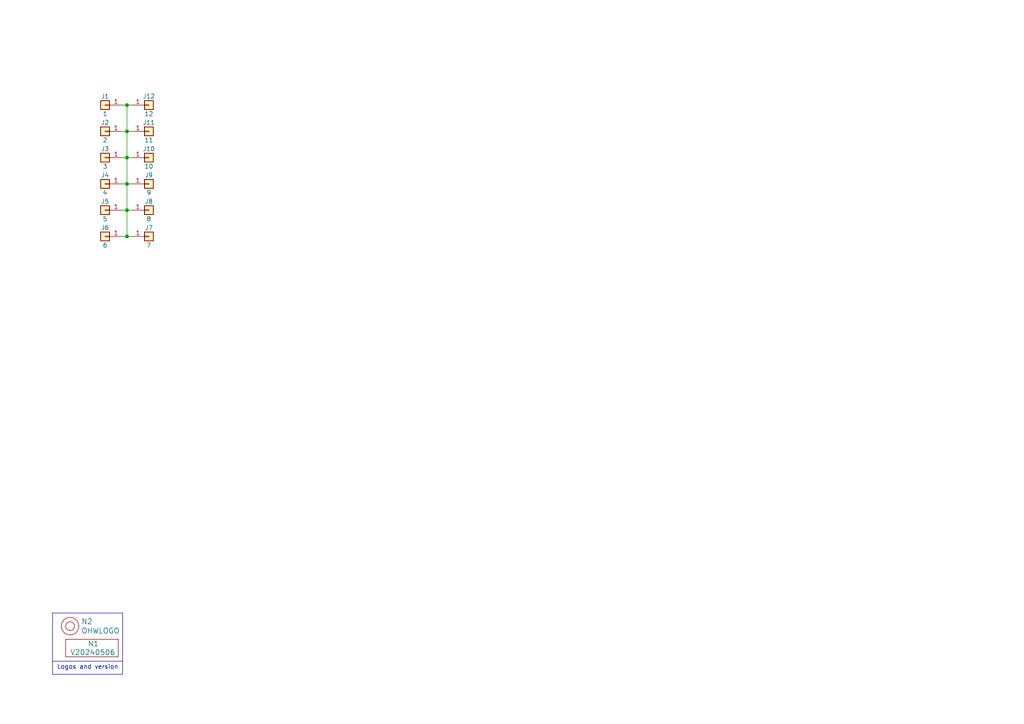
<source format=kicad_sch>
(kicad_sch (version 20230121) (generator eeschema)
  (paper "A4")
  (lib_symbols
    (symbol "Connector_Generic:Conn_01x01" (pin_names (offset 1.016) hide)
      (property "Reference" "J" (at 0 2.54 0))
      (property "Value" "Conn_01x01" (at 0 -2.54 0))
      (symbol "Conn_01x01_1_1"
        (rectangle (start -1.27 0.127) (end 0 -0.127) (stroke (width 0.1524)))
        (rectangle (start -1.27 1.27) (end 1.27 -1.27) (stroke (width 0.254)) (fill (type background)))
        (pin passive line (at -5.08 0 0) (length 3.81) (name "Pin_1") (number "1"))
      )
    )
    (symbol "SquantorLabels:OHWLOGO" (pin_names (offset 1.016))
      (property "Reference" "N" (at 0 3.81 0))
      (property "Value" "OHWLOGO" (at 0 -3.81 0))
      (symbol "OHWLOGO_0_1"
        (circle (center 0 0) (radius 1.27))
        (circle (center 0 0) (radius 2.54))
      )
    )
    (symbol "SquantorLabels:VYYYYMMDD" (pin_names (offset 1.016))
      (property "Reference" "N" (at 0 2.54 0))
      (property "Value" "VYYYYMMDD" (at 0 0 0))
      (symbol "VYYYYMMDD_0_1"
        (rectangle (start 7.62 -1.27) (end -7.62 3.81))
      )
    )
  )
  (junction (at 36.83 68.58))
  (junction (at 36.83 30.48))
  (junction (at 36.83 60.96))
  (junction (at 36.83 38.1))
  (junction (at 36.83 53.34))
  (junction (at 36.83 45.72))
  (wire (pts (xy 36.83 53.34) (xy 38.1 53.34)))
  (wire (pts (xy 36.83 68.58) (xy 38.1 68.58)))
  (wire (pts (xy 36.83 38.1) (xy 38.1 38.1)))
  (wire (pts (xy 36.83 45.72) (xy 35.56 45.72)))
  (wire (pts (xy 36.83 53.34) (xy 36.83 45.72)))
  (wire (pts (xy 36.83 60.96) (xy 38.1 60.96)))
  (wire (pts (xy 36.83 68.58) (xy 35.56 68.58)))
  (wire (pts (xy 36.83 38.1) (xy 35.56 38.1)))
  (wire (pts (xy 36.83 38.1) (xy 36.83 45.72)))
  (wire (pts (xy 36.83 30.48) (xy 36.83 38.1)))
  (polyline (pts (xy 15.24 191.77) (xy 35.56 191.77)))
  (wire (pts (xy 36.83 30.48) (xy 38.1 30.48)))
  (polyline (pts (xy 35.56 195.58) (xy 35.56 177.8)))
  (wire (pts (xy 36.83 45.72) (xy 38.1 45.72)))
  (polyline (pts (xy 15.24 195.58) (xy 35.56 195.58)))
  (wire (pts (xy 35.56 30.48) (xy 36.83 30.48)))
  (polyline (pts (xy 35.56 177.8) (xy 15.24 177.8)))
  (wire (pts (xy 36.83 60.96) (xy 35.56 60.96)))
  (wire (pts (xy 36.83 53.34) (xy 36.83 60.96)))
  (polyline (pts (xy 15.24 177.8) (xy 15.24 195.58)))
  (wire (pts (xy 35.56 53.34) (xy 36.83 53.34)))
  (wire (pts (xy 36.83 60.96) (xy 36.83 68.58)))
  (text "Logos and version" (at 16.51 194.31 0) (effects (font (size 1.27 1.27)) (justify left bottom)))
  (symbol (lib_id "SquantorLabels:VYYYYMMDD") (at 26.67 189.23 0) (unit 1)
    (property "Reference" "N1" (at 25.4 186.69 0) (effects (font (size 1.524 1.524)) (justify left)))
    (property "Value" "V20240506" (at 20.32 189.23 0) (effects (font (size 1.524 1.524)) (justify left)))
    (property "Footprint" "SquantorLabels:Label_Generic" (effects hide))
  )
  (symbol (lib_id "SquantorLabels:OHWLOGO") (at 20.32 181.61 0) (unit 1)
    (property "Reference" "N2" (at 23.5712 180.2638 0) (effects (font (size 1.524 1.524)) (justify left)))
    (property "Value" "OHWLOGO" (at 23.5712 182.9562 0) (effects (font (size 1.524 1.524)) (justify left)))
    (property "Footprint" "Symbol:OSHW-Symbol_6.7x6mm_SilkScreen" (effects hide))
  )
  (symbol (lib_id "Connector_Generic:Conn_01x01") (at 30.48 38.1 180) (unit 1)
    (property "Reference" "J2" (at 30.48 35.56 0))
    (property "Value" "2" (at 30.48 40.64 0))
    (property "Footprint" "mill-max:PC_pin_nail_head_6092" (effects hide))
  )
  (symbol (lib_id "Connector_Generic:Conn_01x01") (at 30.48 30.48 180) (unit 1)
    (property "Reference" "J1" (at 30.48 27.94 0))
    (property "Value" "1" (at 30.48 33.02 0))
    (property "Footprint" "mill-max:PC_pin_nail_head_6092" (effects hide))
  )
  (symbol (lib_id "Connector_Generic:Conn_01x01") (at 30.48 45.72 0) (mirror y) (unit 1)
    (property "Reference" "J3" (at 30.48 43.18 0))
    (property "Value" "3" (at 30.48 48.26 0))
    (property "Footprint" "mill-max:PC_pin_nail_head_6092" (effects hide))
  )
  (symbol (lib_id "Connector_Generic:Conn_01x01") (at 30.48 53.34 0) (mirror y) (unit 1)
    (property "Reference" "J4" (at 30.48 50.8 0))
    (property "Value" "4" (at 30.48 55.88 0))
    (property "Footprint" "mill-max:PC_pin_nail_head_6092" (effects hide))
  )
  (symbol (lib_id "Connector_Generic:Conn_01x01") (at 30.48 60.96 180) (unit 1)
    (property "Reference" "J5" (at 30.48 58.42 0))
    (property "Value" "5" (at 30.48 63.5 0))
    (property "Footprint" "mill-max:PC_pin_nail_head_6092" (effects hide))
  )
  (symbol (lib_id "Connector_Generic:Conn_01x01") (at 30.48 68.58 0) (mirror y) (unit 1)
    (property "Reference" "J6" (at 30.48 66.04 0))
    (property "Value" "6" (at 30.48 71.12 0))
    (property "Footprint" "mill-max:PC_pin_nail_head_6092" (effects hide))
  )
  (symbol (lib_id "Connector_Generic:Conn_01x01") (at 43.18 38.1 0) (mirror x) (unit 1)
    (property "Reference" "J11" (at 43.18 35.56 0))
    (property "Value" "11" (at 43.18 40.64 0))
    (property "Footprint" "mill-max:PC_pin_nail_head_6092" (effects hide))
  )
  (symbol (lib_id "Connector_Generic:Conn_01x01") (at 43.18 30.48 0) (mirror x) (unit 1)
    (property "Reference" "J12" (at 43.18 27.94 0))
    (property "Value" "12" (at 43.18 33.02 0))
    (property "Footprint" "mill-max:PC_pin_nail_head_6092" (effects hide))
  )
  (symbol (lib_id "Connector_Generic:Conn_01x01") (at 43.18 53.34 0) (mirror x) (unit 1)
    (property "Reference" "J9" (at 43.18 50.8 0))
    (property "Value" "9" (at 43.18 55.88 0))
    (property "Footprint" "mill-max:PC_pin_nail_head_6092" (effects hide))
  )
  (symbol (lib_id "Connector_Generic:Conn_01x01") (at 43.18 68.58 0) (mirror x) (unit 1)
    (property "Reference" "J7" (at 43.18 66.04 0))
    (property "Value" "7" (at 43.18 71.12 0))
    (property "Footprint" "mill-max:PC_pin_nail_head_6092" (effects hide))
  )
  (symbol (lib_id "Connector_Generic:Conn_01x01") (at 43.18 60.96 0) (mirror x) (unit 1)
    (property "Reference" "J8" (at 43.18 58.42 0))
    (property "Value" "8" (at 43.18 63.5 0))
    (property "Footprint" "mill-max:PC_pin_nail_head_6092" (effects hide))
  )
  (symbol (lib_id "Connector_Generic:Conn_01x01") (at 43.18 45.72 0) (mirror x) (unit 1)
    (property "Reference" "J10" (at 43.18 43.18 0))
    (property "Value" "10" (at 43.18 48.26 0))
    (property "Footprint" "mill-max:PC_pin_nail_head_6092" (effects hide))
  )
)
</source>
